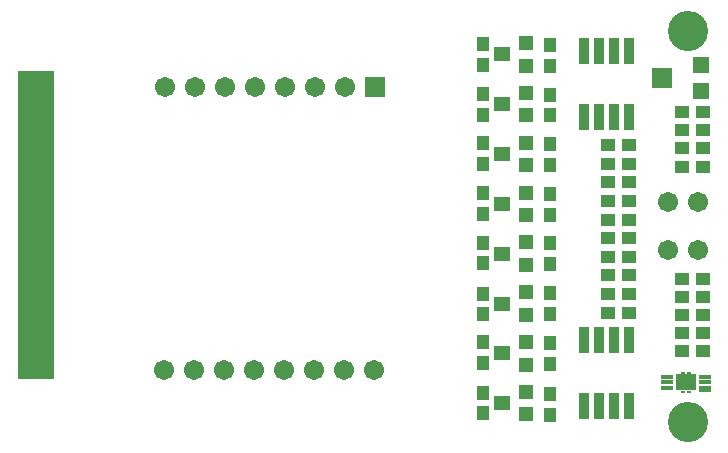
<source format=gts>
G04 Layer_Color=8388736*
%FSLAX25Y25*%
%MOIN*%
G70*
G01*
G75*
%ADD36R,0.12402X1.03000*%
%ADD37R,0.01299X0.00787*%
%ADD38R,0.06614X0.05433*%
%ADD39R,0.04600X0.04300*%
%ADD40R,0.05800X0.04800*%
%ADD41R,0.04800X0.04800*%
%ADD42R,0.10839X0.03162*%
%ADD43R,0.05524X0.05524*%
%ADD44R,0.06706X0.07099*%
%ADD45R,0.04300X0.04600*%
%ADD46R,0.03200X0.08800*%
%ADD47R,0.03950X0.01666*%
%ADD48R,0.03950X0.01863*%
%ADD49C,0.13398*%
%ADD50C,0.06706*%
%ADD51R,0.06706X0.06706*%
D36*
X6308Y80166D02*
D03*
D37*
X223888Y30641D02*
D03*
X222117Y30641D02*
D03*
X223888Y24421D02*
D03*
X222117Y24421D02*
D03*
D38*
X223003Y27531D02*
D03*
D39*
X203900Y56900D02*
D03*
X197000D02*
D03*
X221600Y44100D02*
D03*
X228500D02*
D03*
X228600Y111700D02*
D03*
X221700D02*
D03*
Y105600D02*
D03*
X228600D02*
D03*
X221600Y50000D02*
D03*
X228500D02*
D03*
X221600Y38100D02*
D03*
X228500D02*
D03*
X221600Y55900D02*
D03*
X228500D02*
D03*
X197000Y50700D02*
D03*
X203900D02*
D03*
X221700Y117800D02*
D03*
X228600D02*
D03*
X203933Y94197D02*
D03*
X197033D02*
D03*
X203933Y100397D02*
D03*
X197033D02*
D03*
X203933Y63197D02*
D03*
X197033D02*
D03*
X203933Y106597D02*
D03*
X197033D02*
D03*
X203933Y87997D02*
D03*
X197033D02*
D03*
X203933Y69397D02*
D03*
X197033D02*
D03*
X203933Y81797D02*
D03*
X197033D02*
D03*
X203933Y75597D02*
D03*
X197033D02*
D03*
X221800Y99500D02*
D03*
X228700D02*
D03*
X228600Y61900D02*
D03*
X221700D02*
D03*
D40*
X161700Y20554D02*
D03*
Y120240D02*
D03*
Y87011D02*
D03*
Y70397D02*
D03*
Y103625D02*
D03*
Y53783D02*
D03*
Y37168D02*
D03*
Y136854D02*
D03*
D41*
X169700Y16854D02*
D03*
Y24354D02*
D03*
Y124040D02*
D03*
Y116540D02*
D03*
Y83311D02*
D03*
Y90811D02*
D03*
Y74197D02*
D03*
Y66697D02*
D03*
Y99925D02*
D03*
Y107425D02*
D03*
Y57583D02*
D03*
Y50083D02*
D03*
Y33468D02*
D03*
Y40968D02*
D03*
Y140654D02*
D03*
Y133154D02*
D03*
D42*
X6800Y34676D02*
D03*
Y37826D02*
D03*
Y40976D02*
D03*
Y44125D02*
D03*
Y47275D02*
D03*
Y50424D02*
D03*
Y53574D02*
D03*
Y56724D02*
D03*
Y59873D02*
D03*
Y63023D02*
D03*
Y66172D02*
D03*
Y69322D02*
D03*
Y72472D02*
D03*
Y75621D02*
D03*
Y78771D02*
D03*
Y81920D02*
D03*
Y85070D02*
D03*
Y88220D02*
D03*
Y103966D02*
D03*
Y107116D02*
D03*
Y110265D02*
D03*
Y113415D02*
D03*
Y116565D02*
D03*
Y119714D02*
D03*
Y122864D02*
D03*
Y126013D02*
D03*
D43*
X228100Y133300D02*
D03*
Y124700D02*
D03*
D44*
X215126Y129000D02*
D03*
D45*
X155300Y123726D02*
D03*
Y116826D02*
D03*
Y90668D02*
D03*
Y83768D02*
D03*
Y74140D02*
D03*
Y67240D02*
D03*
X155200Y40968D02*
D03*
Y34068D02*
D03*
X177700Y23700D02*
D03*
Y16800D02*
D03*
Y123426D02*
D03*
Y116526D02*
D03*
Y90200D02*
D03*
Y83300D02*
D03*
Y73840D02*
D03*
Y66940D02*
D03*
Y106897D02*
D03*
Y99997D02*
D03*
Y57311D02*
D03*
Y50411D02*
D03*
Y40600D02*
D03*
Y33700D02*
D03*
Y139954D02*
D03*
Y133054D02*
D03*
X155300Y140254D02*
D03*
Y133354D02*
D03*
X155200Y57100D02*
D03*
Y50200D02*
D03*
X155300Y107197D02*
D03*
Y100297D02*
D03*
Y24100D02*
D03*
Y17200D02*
D03*
D46*
X194100Y41700D02*
D03*
X204100D02*
D03*
X199100D02*
D03*
X189100D02*
D03*
X204100Y19700D02*
D03*
X199100D02*
D03*
X194100D02*
D03*
X189100D02*
D03*
X194000Y137900D02*
D03*
X204000D02*
D03*
X199000D02*
D03*
X189000D02*
D03*
X204000Y115900D02*
D03*
X199000D02*
D03*
X194000D02*
D03*
X189000D02*
D03*
D47*
X229400Y29500D02*
D03*
Y27532D02*
D03*
X216605Y29500D02*
D03*
Y27532D02*
D03*
Y25563D02*
D03*
D48*
X229400Y25465D02*
D03*
D49*
X223500Y14300D02*
D03*
Y144800D02*
D03*
D50*
X49100Y31600D02*
D03*
X59100D02*
D03*
X69100D02*
D03*
X79100D02*
D03*
X89100D02*
D03*
X99100D02*
D03*
X109100D02*
D03*
X119100D02*
D03*
X49300Y125900D02*
D03*
X59300D02*
D03*
X69300D02*
D03*
X79300D02*
D03*
X89300D02*
D03*
X99300D02*
D03*
X109300D02*
D03*
X217000Y87700D02*
D03*
X227000D02*
D03*
Y71558D02*
D03*
X217000D02*
D03*
D51*
X119300Y125900D02*
D03*
M02*

</source>
